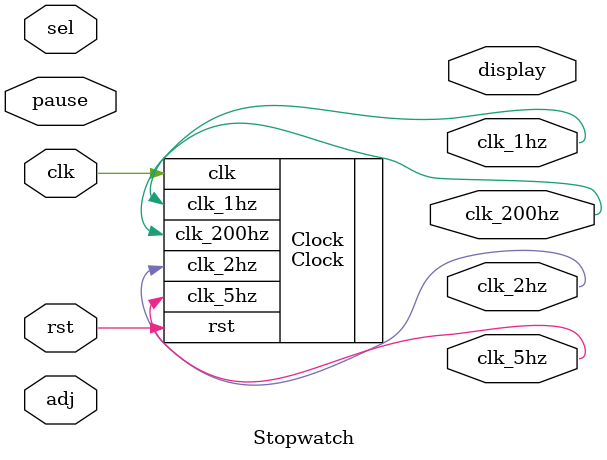
<source format=v>
`timescale 1ns / 1ps
module Stopwatch(
	input pause,
	input adj,
	input sel,
	input rst,
	input clk,
	output [27:0] display,
	output clk_200hz,
	output clk_5hz,
	output clk_2hz,
	output clk_1hz
	);
	
//	wire clk_1hz;
//	wire clk_2hz;
//	//wire clk_200hz;
//	wire clk_5hz;
	
	Clock Clock(.clk(clk), .rst(rst), .clk_200hz(clk_200hz),
					.clk_5hz(clk_5hz), .clk_2hz(clk_2hz), .clk_1hz(clk_1hz));


endmodule

</source>
